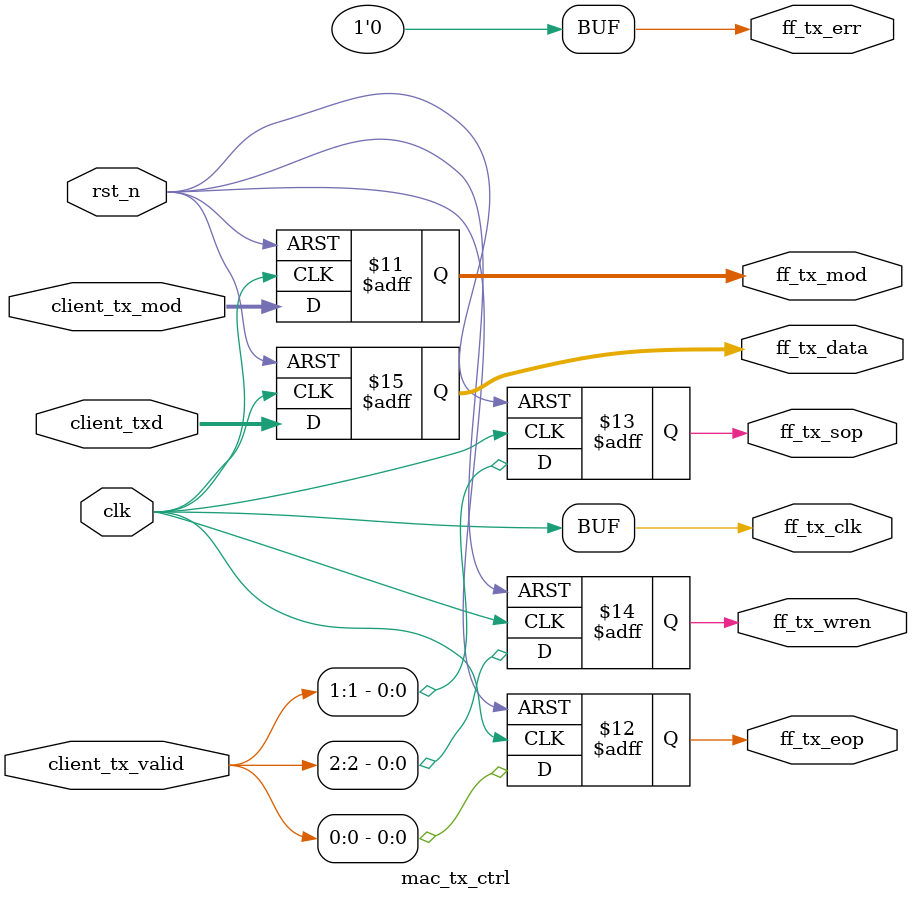
<source format=v>


module mac_tx_ctrl
  #
  (
     parameter         DATA_WIDTH         =   8
  )
  (
     input                               clk                     ,   
     input                               rst_n                   ,   
     
     //--MAC (altera IP) Interface
     output                              ff_tx_clk               ,   
     output    reg[DATA_WIDTH-1:0]       ff_tx_data              ,   
     output    reg                       ff_tx_sop               ,   
     output    reg                       ff_tx_eop               ,   
     output    reg                       ff_tx_wren              ,   
     output                              ff_tx_err               ,   
     
     // dont have this mod signal in IP used in this project
     output    reg[1:0]                  ff_tx_mod               ,   
     

     //--
     input        [DATA_WIDTH-1:0]       client_txd              ,   
     input        [2:0]                  client_tx_valid         ,   
     input        [1:0]                  client_tx_mod
  );

//*******************************************
//--
//*******************************************

always @ (posedge clk or negedge rst_n)begin
   if(!rst_n)
     ff_tx_data <= {DATA_WIDTH{1'b0}};
   else 
     ff_tx_data <= client_txd;
end

//following signals can changed external
always @ (posedge clk or negedge rst_n)begin
   if(!rst_n)
     ff_tx_wren <= 1'b0;
   else 
     ff_tx_wren <= client_tx_valid[2];
end

always @ (posedge clk or negedge rst_n)begin
   if(!rst_n)
     ff_tx_sop <= 1'b0;
   else 
     ff_tx_sop <= client_tx_valid[1];
end

always @ (posedge clk or negedge rst_n)begin
   if(!rst_n)
     ff_tx_eop <= 1'b0;
   else 
     ff_tx_eop <= client_tx_valid[0];
end

always @ (posedge clk or negedge rst_n)begin
   if(!rst_n)
     ff_tx_mod <= 2'b0;
   else 
     ff_tx_mod <= client_tx_mod;
end


assign  ff_tx_err = 1'b0;
assign  ff_tx_clk = clk;
endmodule 

</source>
